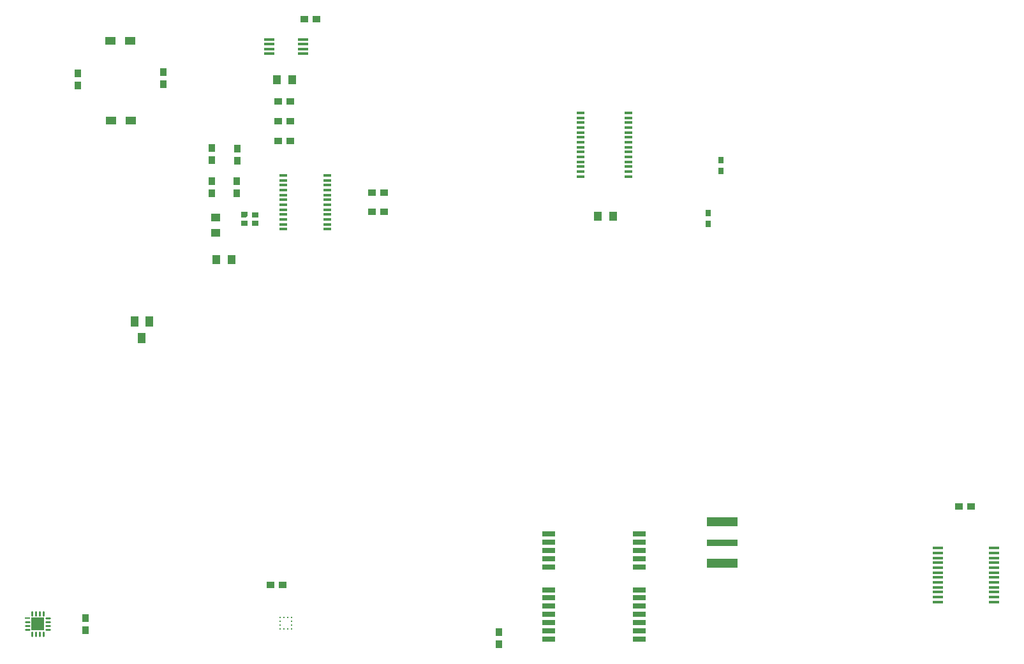
<source format=gbr>
G04 EAGLE Gerber RS-274X export*
G75*
%MOMM*%
%FSLAX34Y34*%
%LPD*%
%INSolderpaste Top*%
%IPPOS*%
%AMOC8*
5,1,8,0,0,1.08239X$1,22.5*%
G01*
%ADD10R,1.050000X0.900000*%
%ADD11R,0.250000X0.275000*%
%ADD12R,0.275000X0.250000*%
%ADD13R,0.900000X1.050000*%
%ADD14R,0.740000X0.239000*%
%ADD15C,0.239000*%
%ADD16R,1.675000X1.675000*%
%ADD17R,4.100000X1.250000*%
%ADD18R,4.100000X0.900000*%
%ADD19R,1.800000X0.800000*%
%ADD20R,1.400000X1.000000*%
%ADD21R,0.850000X0.750000*%
%ADD22R,1.000000X1.400000*%
%ADD23R,0.990600X0.304800*%
%ADD24R,1.000000X1.250000*%
%ADD25R,1.250000X1.000000*%
%ADD26R,1.397000X0.431800*%
%ADD27R,1.469200X0.401500*%
%ADD28R,0.800000X0.850000*%
%ADD29R,1.000000X0.300000*%

G36*
X1065106Y200713D02*
X1065106Y200713D01*
X1065163Y200723D01*
X1065177Y200734D01*
X1065185Y200736D01*
X1065194Y200746D01*
X1065229Y200771D01*
X1067729Y203271D01*
X1067757Y203322D01*
X1067790Y203370D01*
X1067793Y203387D01*
X1067797Y203394D01*
X1067796Y203407D01*
X1067803Y203450D01*
X1067803Y207950D01*
X1067799Y207965D01*
X1067801Y207981D01*
X1067780Y208032D01*
X1067764Y208085D01*
X1067752Y208096D01*
X1067746Y208110D01*
X1067700Y208142D01*
X1067659Y208179D01*
X1067643Y208181D01*
X1067630Y208190D01*
X1067550Y208203D01*
X1059550Y208203D01*
X1059535Y208199D01*
X1059519Y208201D01*
X1059468Y208180D01*
X1059415Y208164D01*
X1059404Y208152D01*
X1059390Y208146D01*
X1059358Y208100D01*
X1059321Y208059D01*
X1059319Y208043D01*
X1059310Y208030D01*
X1059297Y207950D01*
X1059297Y200950D01*
X1059301Y200935D01*
X1059299Y200919D01*
X1059320Y200868D01*
X1059336Y200815D01*
X1059348Y200804D01*
X1059354Y200790D01*
X1059400Y200758D01*
X1059441Y200721D01*
X1059457Y200719D01*
X1059470Y200710D01*
X1059550Y200697D01*
X1065050Y200697D01*
X1065106Y200713D01*
G37*
D10*
X1098420Y-286570D03*
X1114420Y-286570D03*
D11*
X1111620Y-344995D03*
X1116620Y-344995D03*
X1121620Y-344995D03*
X1126620Y-344995D03*
D12*
X1126745Y-339870D03*
X1126745Y-334870D03*
D11*
X1126620Y-329745D03*
X1121620Y-329745D03*
X1116620Y-329745D03*
X1111620Y-329745D03*
D12*
X1111495Y-334870D03*
X1111495Y-339870D03*
D13*
X852800Y-330800D03*
X852800Y-346800D03*
D14*
X775640Y-331300D03*
D15*
X773135Y-336300D02*
X778145Y-336300D01*
X778145Y-341300D02*
X773135Y-341300D01*
X773135Y-346300D02*
X778145Y-346300D01*
X800455Y-346300D02*
X805465Y-346300D01*
X805465Y-341300D02*
X800455Y-341300D01*
X800455Y-336300D02*
X805465Y-336300D01*
X805465Y-331300D02*
X800455Y-331300D01*
X781800Y-349955D02*
X781800Y-354965D01*
X786800Y-354965D02*
X786800Y-349955D01*
X791800Y-349955D02*
X791800Y-354965D01*
X796800Y-354965D02*
X796800Y-349955D01*
X796800Y-327655D02*
X796800Y-322645D01*
X791800Y-322645D02*
X791800Y-327655D01*
X786800Y-327655D02*
X786800Y-322645D01*
X781800Y-322645D02*
X781800Y-327655D01*
D16*
X789300Y-338800D03*
D17*
X1697990Y-258440D03*
D18*
X1697990Y-230690D03*
D17*
X1697990Y-202940D03*
D19*
X1468000Y-219300D03*
X1468000Y-230300D03*
X1468000Y-241300D03*
X1468000Y-252300D03*
X1468000Y-263300D03*
X1468000Y-293300D03*
X1468000Y-304300D03*
X1468000Y-315300D03*
X1468000Y-326300D03*
X1468000Y-337300D03*
X1468000Y-348300D03*
X1468000Y-359300D03*
X1588000Y-219300D03*
X1588000Y-230300D03*
X1588000Y-241300D03*
X1588000Y-252300D03*
X1588000Y-263300D03*
X1588000Y-293300D03*
X1588000Y-304300D03*
X1588000Y-315300D03*
X1588000Y-326300D03*
X1588000Y-337300D03*
X1588000Y-348300D03*
X1588000Y-359300D03*
D13*
X1402080Y-349690D03*
X1402080Y-365690D03*
D20*
X886300Y434950D03*
X912300Y434950D03*
X886800Y329700D03*
X912800Y329700D03*
D21*
X1078050Y192950D03*
X1063550Y192950D03*
X1078050Y204450D03*
D22*
X927950Y40550D03*
X918450Y62550D03*
X937450Y62550D03*
D23*
X1115522Y256750D03*
X1115522Y250250D03*
X1115522Y243750D03*
X1115522Y237250D03*
X1115522Y230750D03*
X1115522Y224250D03*
X1115522Y217750D03*
X1115522Y211250D03*
X1115522Y204750D03*
X1115522Y198250D03*
X1115522Y191750D03*
X1115522Y185250D03*
X1173878Y185250D03*
X1173878Y191750D03*
X1173878Y198250D03*
X1173878Y204750D03*
X1173878Y211250D03*
X1173878Y217750D03*
X1173878Y224250D03*
X1173878Y230750D03*
X1173878Y237250D03*
X1173878Y243750D03*
X1173878Y250250D03*
X1173878Y256750D03*
D10*
X1159400Y464100D03*
X1143400Y464100D03*
D24*
X1107400Y383600D03*
X1127400Y383600D03*
D10*
X1109000Y302600D03*
X1125000Y302600D03*
D25*
X1025500Y200800D03*
X1025500Y180800D03*
D24*
X1026900Y144700D03*
X1046900Y144700D03*
D13*
X1020700Y292700D03*
X1020700Y276700D03*
X1054500Y292200D03*
X1054500Y276200D03*
D10*
X1109000Y328800D03*
X1125000Y328800D03*
X1109000Y354600D03*
X1125000Y354600D03*
D13*
X1053700Y248800D03*
X1053700Y232800D03*
X1020600Y248800D03*
X1020600Y232800D03*
X843200Y392250D03*
X843200Y376250D03*
X956700Y393750D03*
X956700Y377750D03*
D10*
X1232900Y208300D03*
X1248900Y208300D03*
X1232900Y234100D03*
X1248900Y234100D03*
D26*
X1142106Y417948D03*
X1142106Y424298D03*
X1142106Y430902D03*
X1142106Y437252D03*
X1096894Y437252D03*
X1096894Y430902D03*
X1096894Y424298D03*
X1096894Y417948D03*
D27*
X1984187Y-238050D03*
X1984187Y-244550D03*
X1984187Y-251050D03*
X1984187Y-257550D03*
X1984187Y-264050D03*
X1984187Y-270550D03*
X1984187Y-277050D03*
X1984187Y-283550D03*
X1984187Y-290050D03*
X1984187Y-296550D03*
X1984187Y-303050D03*
X1984187Y-309550D03*
X2058613Y-309550D03*
X2058613Y-303050D03*
X2058613Y-296550D03*
X2058613Y-290050D03*
X2058613Y-283550D03*
X2058613Y-277050D03*
X2058613Y-270550D03*
X2058613Y-264050D03*
X2058613Y-257550D03*
X2058613Y-251050D03*
X2058613Y-244550D03*
X2058613Y-238050D03*
D10*
X2028100Y-182800D03*
X2012100Y-182800D03*
D28*
X1679400Y206300D03*
X1679400Y192300D03*
X1696000Y262900D03*
X1696000Y276900D03*
D29*
X1509900Y339550D03*
X1509900Y333050D03*
X1509900Y326550D03*
X1509900Y320050D03*
X1509900Y313550D03*
X1509900Y307050D03*
X1509900Y300550D03*
X1509900Y294050D03*
X1509900Y287550D03*
X1509900Y281050D03*
X1509900Y274550D03*
X1509900Y268050D03*
X1509900Y261550D03*
X1509900Y255050D03*
X1573900Y255050D03*
X1573900Y261550D03*
X1573900Y268050D03*
X1573900Y274550D03*
X1573900Y281050D03*
X1573900Y287550D03*
X1573900Y294050D03*
X1573900Y300550D03*
X1573900Y307050D03*
X1573900Y313550D03*
X1573900Y320050D03*
X1573900Y326550D03*
X1573900Y333050D03*
X1573900Y339550D03*
D24*
X1553100Y202700D03*
X1533100Y202700D03*
M02*

</source>
